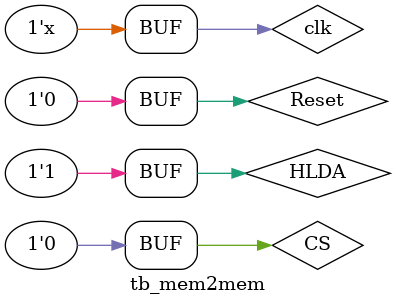
<source format=v>
module computer_arch();

reg clk;

/* **********wires********** */

wire [7:0] Data_Bus;
wire [3:0] DREQ,DACK;
wire [15:0] Address_Bus;
wire MEMWR,HLDA,HRQ,TReady,IReady,EOP,AEN,IOR,IOW,IOflag,CS,Reset,CPU_Event;

/* **********wires********** */
initial begin
 clk <= 0 ; 
 end

MIPS processor(Data_Bus,Address_Bus,MEMWR,IReady , TReady ,clk , HRQ , HLDA, IOW, IOR, CS);

DMA dma(EOP,Reset,CS,IReady,TReady,clk,AEN,MEMWR,IOR,IOW,DREQ,HLDA,HRQ,DACK,Address_Bus,Data_Bus,IOflag);

//IO keyboard(Data_Bus ,clk,Address_Bus ,IReady,TReady,DREQ[2] , DACK[2] ,CPU_Event, IOflag );

RAM ram(Data_Bus,Address_Bus,MEMWR,IReady,TReady,clk);


always begin #50 clk = ~clk; end

endmodule

module computer_arch_memtomem(clk,CS,Reset,HLDA);

input clk,CS,Reset,HLDA;

/* **********wires********** */

wire [7:0] Data_Bus;
wire [3:0] DREQ,DACK;
wire [15:0] Address_Bus;
wire MEMWR,HLDA,HRQ,TReady,IReady,EOP,AEN,IOR,IOW,IOflag,CS,Reset;

/* **********wires********** */

//MIPS processor(Data_Bus,Address_Bus,MEMWR,IReady,TReady,clk,HRQ,HLDA);

DMA dma(EOP,Reset,CS,IReady,TReady,clk,AEN,MEMWR,IOR,IOW,DREQ,HLDA,HRQ,DACK,Address_Bus,Data_Bus,IOflag);

RAM ram(Data_Bus,Address_Bus,MEMWR,IReady,TReady,clk);

endmodule

module tb_mem2mem();
reg clk = 0;
reg CS,Reset,HLDA;
initial begin
clk <= 0 ; 
CS <= 0;
Reset <= 0;
HLDA <= 1;
end

always begin #50 clk = ~clk; end


computer_arch_memtomem comp(clk,CS,Reset,HLDA);

endmodule 

</source>
